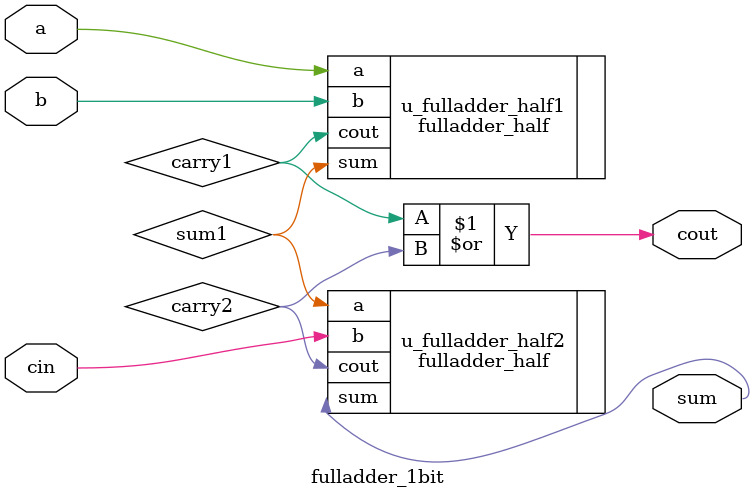
<source format=v>
module fulladder_1bit(
    a,
    b,
    cin,
    sum,
    cout
);

input a, b, cin;

output cout, sum;

wire sum1, carry1, carry2;

fulladder_half u_fulladder_half1(
    .a(a),
    .b(b),
    .sum(sum1),
    .cout(carry1)
);
fulladder_half u_fulladder_half2(
    .a(sum1),
    .b(cin),
    .sum(sum),
    .cout(carry2)
);

assign cout = carry1 | carry2;

endmodule
</source>
